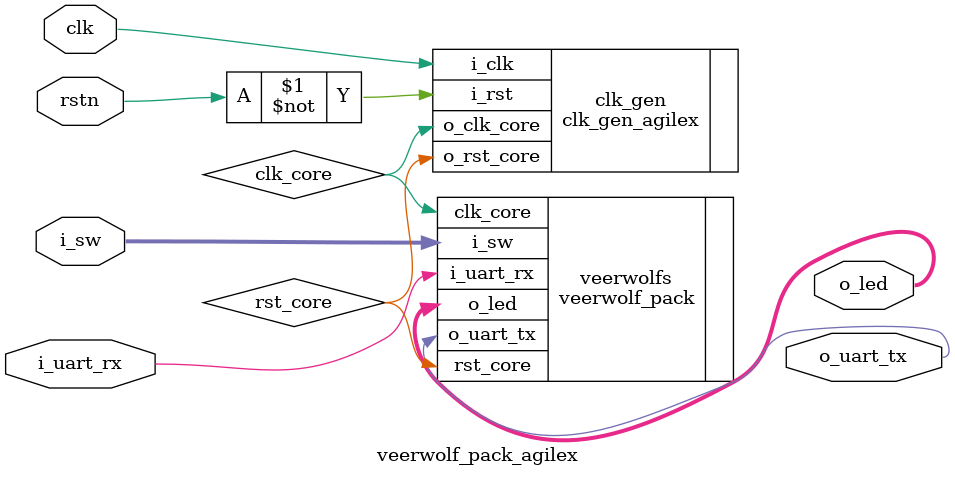
<source format=v>


`default_nettype none
module veerwolf_pack_agilex
  #(parameter bootrom_file = "pack_rom.vh",
    parameter cpu_type = "EL2")
   (input wire 	       clk,
    input wire 	       rstn,
    input wire 	       i_uart_rx,
    output wire        o_uart_tx,
    input wire [15:0]  i_sw,
    output reg [15:0]  o_led);

   wire [63:0] 	       gpio_out;
   reg [15:0] 	       led_int_r;

   wire 	 clk_core;
   wire 	 rst_core;

   clk_gen_agilex
     #(.CPU_TYPE (cpu_type))
   clk_gen
     (.i_clk (clk),
      .i_rst (~rstn),
      .o_clk_core (clk_core),
      .o_rst_core (rst_core));

   veerwolf_pack
     #(.pack_code (bootrom_file))
   veerwolfs
    (.clk_core (clk_core),
     .rst_core (rst_core),
     .i_uart_rx (i_uart_rx),
     .o_uart_tx (o_uart_tx),
     .i_sw (i_sw),
     .o_led (o_led));

endmodule

</source>
